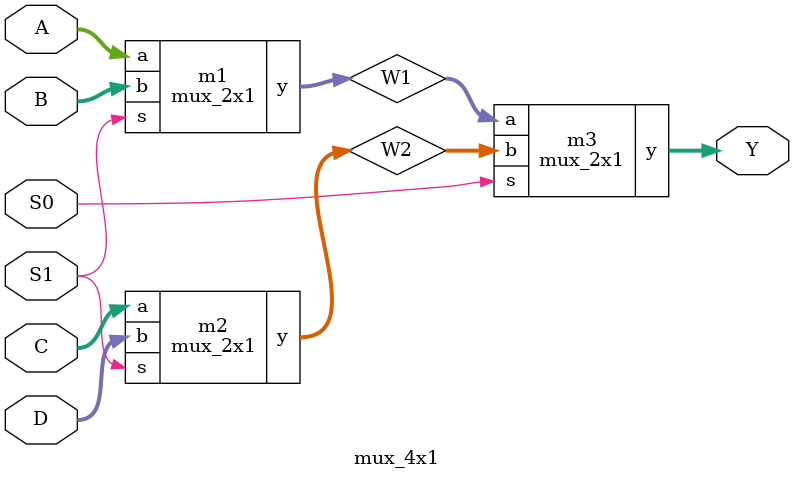
<source format=v>
`timescale 1ns / 1ps


module mux_2x1(a,b,s,y);
input [3:0]a,b;
input s;
output [3:0]y;

assign y = s ? b:a;
endmodule


module mux_4x1(A,B,C,D,S1,S0,Y);
input [3:0]A,B,C,D;
input S1,S0;
output [3:0]Y;
wire [3:0]W1,W2;

mux_2x1 m1(A,B,S1,W1);
mux_2x1 m2(C,D,S1,W2);
mux_2x1 m3(W1,W2,S0,Y);

endmodule

</source>
